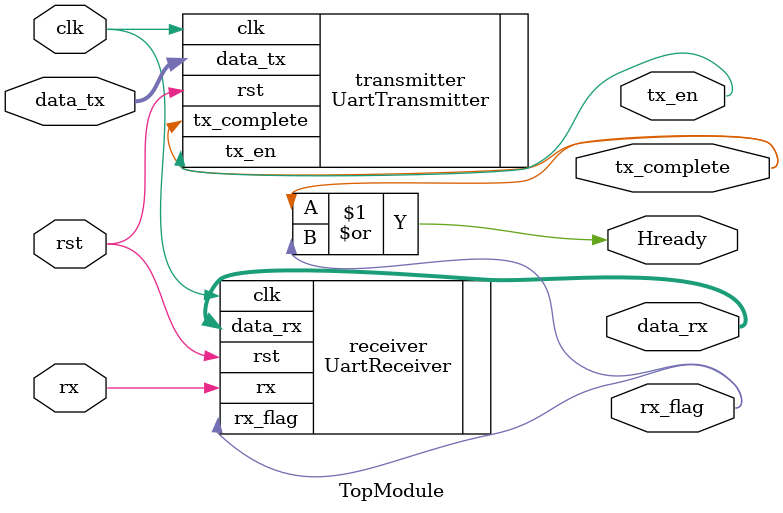
<source format=v>

module TopModule (
    input wire clk,             // System clock input
    input wire rst,             // Reset input
    input wire [7:0] data_tx,   // Data to transmit
    input wire rx,              // Receive input
    output reg [7:0] data_rx,   // Received data
    output reg tx_en,           // Transmit enable
    output reg rx_flag,         // Data received flag
    output reg tx_complete,     // Transmit completed flag
    output  Hready           // Handshake signal
);

UartTransmitter transmitter (
    .clk(clk),
    .rst(rst),
    .data_tx(data_tx),
    .tx_en(tx_en),
    .tx_complete(tx_complete)
);

UartReceiver receiver (
    .clk(clk),
    .rst(rst),
    .rx(rx),
    .data_rx(data_rx),
    .rx_flag(rx_flag)
);

assign Hready = tx_complete | rx_flag;

endmodule

</source>
